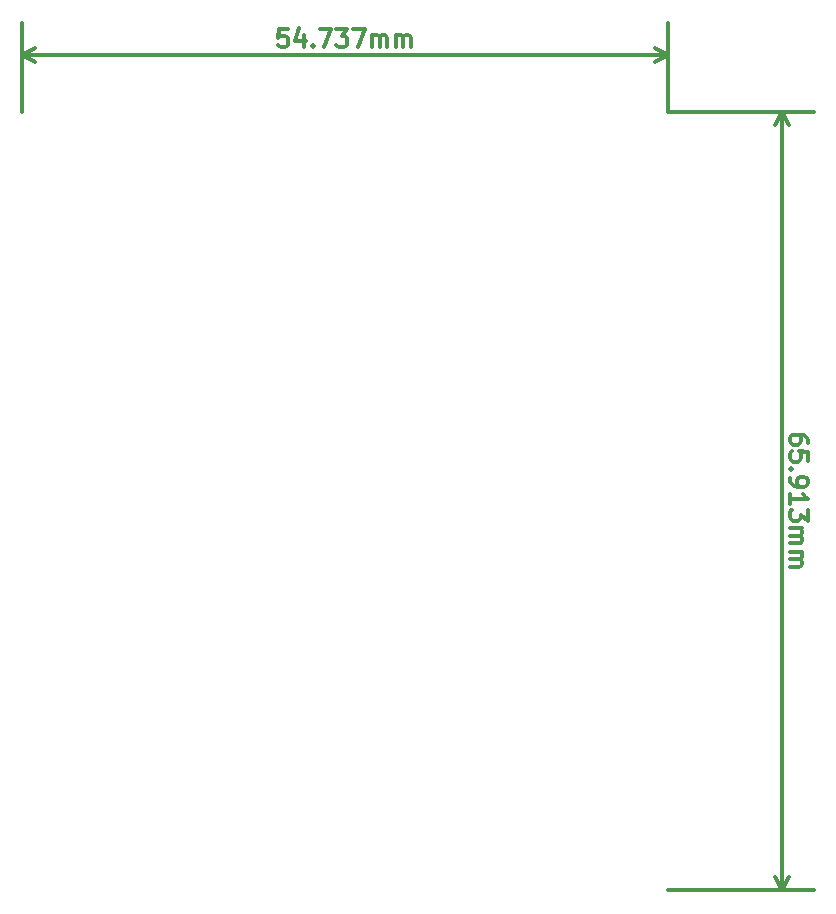
<source format=gbr>
G04 #@! TF.GenerationSoftware,KiCad,Pcbnew,(5.1.8)-1*
G04 #@! TF.CreationDate,2021-03-02T12:26:28+01:00*
G04 #@! TF.ProjectId,Lokstyrning,4c6f6b73-7479-4726-9e69-6e672e6b6963,rev?*
G04 #@! TF.SameCoordinates,Original*
G04 #@! TF.FileFunction,Other,ECO2*
%FSLAX46Y46*%
G04 Gerber Fmt 4.6, Leading zero omitted, Abs format (unit mm)*
G04 Created by KiCad (PCBNEW (5.1.8)-1) date 2021-03-02 12:26:28*
%MOMM*%
%LPD*%
G01*
G04 APERTURE LIST*
%ADD10C,0.300000*%
G04 APERTURE END LIST*
D10*
X239026428Y-81367928D02*
X239026428Y-81082214D01*
X238955000Y-80939357D01*
X238883571Y-80867928D01*
X238669285Y-80725071D01*
X238383571Y-80653642D01*
X237812142Y-80653642D01*
X237669285Y-80725071D01*
X237597857Y-80796500D01*
X237526428Y-80939357D01*
X237526428Y-81225071D01*
X237597857Y-81367928D01*
X237669285Y-81439357D01*
X237812142Y-81510785D01*
X238169285Y-81510785D01*
X238312142Y-81439357D01*
X238383571Y-81367928D01*
X238455000Y-81225071D01*
X238455000Y-80939357D01*
X238383571Y-80796500D01*
X238312142Y-80725071D01*
X238169285Y-80653642D01*
X239026428Y-82867928D02*
X239026428Y-82153642D01*
X238312142Y-82082214D01*
X238383571Y-82153642D01*
X238455000Y-82296500D01*
X238455000Y-82653642D01*
X238383571Y-82796500D01*
X238312142Y-82867928D01*
X238169285Y-82939357D01*
X237812142Y-82939357D01*
X237669285Y-82867928D01*
X237597857Y-82796500D01*
X237526428Y-82653642D01*
X237526428Y-82296500D01*
X237597857Y-82153642D01*
X237669285Y-82082214D01*
X237669285Y-83582214D02*
X237597857Y-83653642D01*
X237526428Y-83582214D01*
X237597857Y-83510785D01*
X237669285Y-83582214D01*
X237526428Y-83582214D01*
X237526428Y-84367928D02*
X237526428Y-84653642D01*
X237597857Y-84796500D01*
X237669285Y-84867928D01*
X237883571Y-85010785D01*
X238169285Y-85082214D01*
X238740714Y-85082214D01*
X238883571Y-85010785D01*
X238955000Y-84939357D01*
X239026428Y-84796500D01*
X239026428Y-84510785D01*
X238955000Y-84367928D01*
X238883571Y-84296500D01*
X238740714Y-84225071D01*
X238383571Y-84225071D01*
X238240714Y-84296500D01*
X238169285Y-84367928D01*
X238097857Y-84510785D01*
X238097857Y-84796500D01*
X238169285Y-84939357D01*
X238240714Y-85010785D01*
X238383571Y-85082214D01*
X237526428Y-86510785D02*
X237526428Y-85653642D01*
X237526428Y-86082214D02*
X239026428Y-86082214D01*
X238812142Y-85939357D01*
X238669285Y-85796500D01*
X238597857Y-85653642D01*
X239026428Y-87010785D02*
X239026428Y-87939357D01*
X238455000Y-87439357D01*
X238455000Y-87653642D01*
X238383571Y-87796500D01*
X238312142Y-87867928D01*
X238169285Y-87939357D01*
X237812142Y-87939357D01*
X237669285Y-87867928D01*
X237597857Y-87796500D01*
X237526428Y-87653642D01*
X237526428Y-87225071D01*
X237597857Y-87082214D01*
X237669285Y-87010785D01*
X237526428Y-88582214D02*
X238526428Y-88582214D01*
X238383571Y-88582214D02*
X238455000Y-88653642D01*
X238526428Y-88796500D01*
X238526428Y-89010785D01*
X238455000Y-89153642D01*
X238312142Y-89225071D01*
X237526428Y-89225071D01*
X238312142Y-89225071D02*
X238455000Y-89296500D01*
X238526428Y-89439357D01*
X238526428Y-89653642D01*
X238455000Y-89796500D01*
X238312142Y-89867928D01*
X237526428Y-89867928D01*
X237526428Y-90582214D02*
X238526428Y-90582214D01*
X238383571Y-90582214D02*
X238455000Y-90653642D01*
X238526428Y-90796500D01*
X238526428Y-91010785D01*
X238455000Y-91153642D01*
X238312142Y-91225071D01*
X237526428Y-91225071D01*
X238312142Y-91225071D02*
X238455000Y-91296500D01*
X238526428Y-91439357D01*
X238526428Y-91653642D01*
X238455000Y-91796500D01*
X238312142Y-91867928D01*
X237526428Y-91867928D01*
X236855000Y-53340000D02*
X236855000Y-119253000D01*
X227203000Y-53340000D02*
X239555000Y-53340000D01*
X227203000Y-119253000D02*
X239555000Y-119253000D01*
X236855000Y-119253000D02*
X236268579Y-118126496D01*
X236855000Y-119253000D02*
X237441421Y-118126496D01*
X236855000Y-53340000D02*
X236268579Y-54466504D01*
X236855000Y-53340000D02*
X237441421Y-54466504D01*
X194977357Y-46342571D02*
X194263071Y-46342571D01*
X194191642Y-47056857D01*
X194263071Y-46985428D01*
X194405928Y-46914000D01*
X194763071Y-46914000D01*
X194905928Y-46985428D01*
X194977357Y-47056857D01*
X195048785Y-47199714D01*
X195048785Y-47556857D01*
X194977357Y-47699714D01*
X194905928Y-47771142D01*
X194763071Y-47842571D01*
X194405928Y-47842571D01*
X194263071Y-47771142D01*
X194191642Y-47699714D01*
X196334500Y-46842571D02*
X196334500Y-47842571D01*
X195977357Y-46271142D02*
X195620214Y-47342571D01*
X196548785Y-47342571D01*
X197120214Y-47699714D02*
X197191642Y-47771142D01*
X197120214Y-47842571D01*
X197048785Y-47771142D01*
X197120214Y-47699714D01*
X197120214Y-47842571D01*
X197691642Y-46342571D02*
X198691642Y-46342571D01*
X198048785Y-47842571D01*
X199120214Y-46342571D02*
X200048785Y-46342571D01*
X199548785Y-46914000D01*
X199763071Y-46914000D01*
X199905928Y-46985428D01*
X199977357Y-47056857D01*
X200048785Y-47199714D01*
X200048785Y-47556857D01*
X199977357Y-47699714D01*
X199905928Y-47771142D01*
X199763071Y-47842571D01*
X199334500Y-47842571D01*
X199191642Y-47771142D01*
X199120214Y-47699714D01*
X200548785Y-46342571D02*
X201548785Y-46342571D01*
X200905928Y-47842571D01*
X202120214Y-47842571D02*
X202120214Y-46842571D01*
X202120214Y-46985428D02*
X202191642Y-46914000D01*
X202334500Y-46842571D01*
X202548785Y-46842571D01*
X202691642Y-46914000D01*
X202763071Y-47056857D01*
X202763071Y-47842571D01*
X202763071Y-47056857D02*
X202834500Y-46914000D01*
X202977357Y-46842571D01*
X203191642Y-46842571D01*
X203334500Y-46914000D01*
X203405928Y-47056857D01*
X203405928Y-47842571D01*
X204120214Y-47842571D02*
X204120214Y-46842571D01*
X204120214Y-46985428D02*
X204191642Y-46914000D01*
X204334500Y-46842571D01*
X204548785Y-46842571D01*
X204691642Y-46914000D01*
X204763071Y-47056857D01*
X204763071Y-47842571D01*
X204763071Y-47056857D02*
X204834500Y-46914000D01*
X204977357Y-46842571D01*
X205191642Y-46842571D01*
X205334500Y-46914000D01*
X205405928Y-47056857D01*
X205405928Y-47842571D01*
X172466000Y-48514000D02*
X227203000Y-48514000D01*
X172466000Y-53340000D02*
X172466000Y-45814000D01*
X227203000Y-53340000D02*
X227203000Y-45814000D01*
X227203000Y-48514000D02*
X226076496Y-49100421D01*
X227203000Y-48514000D02*
X226076496Y-47927579D01*
X172466000Y-48514000D02*
X173592504Y-49100421D01*
X172466000Y-48514000D02*
X173592504Y-47927579D01*
M02*

</source>
